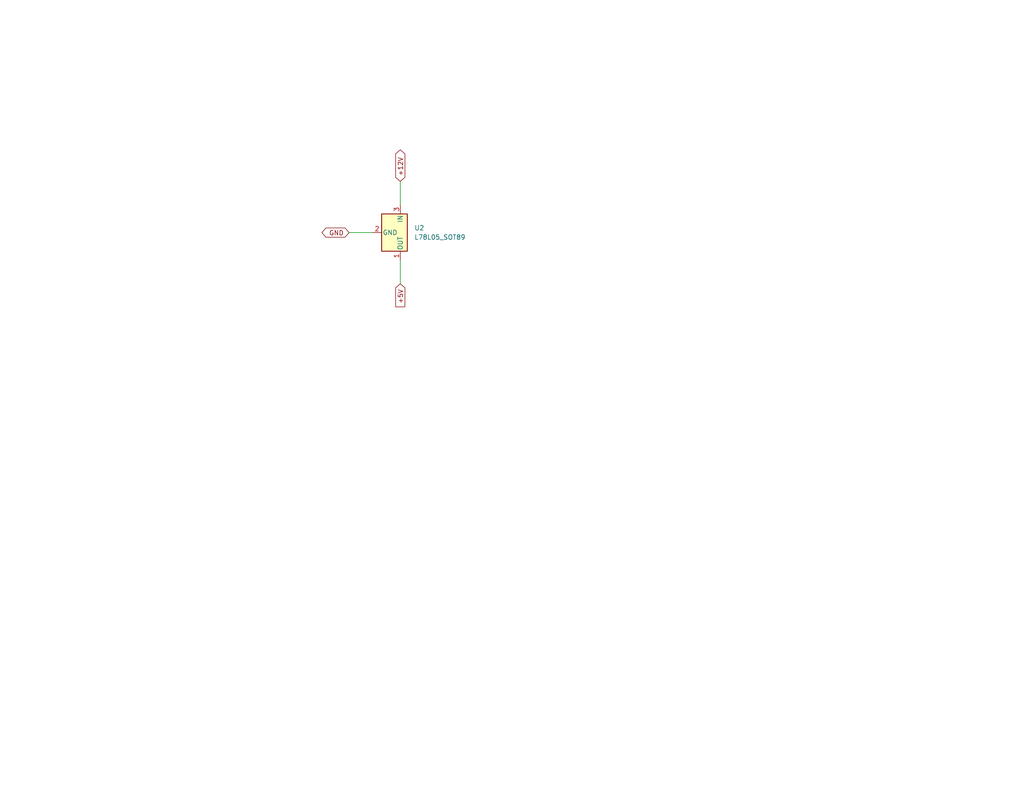
<source format=kicad_sch>
(kicad_sch (version 20230121) (generator eeschema)
  (paper "USLetter")
  (title_block (title "switched bandpass filter") (date "2023-07-20") (rev "v0.2") (comment 1 "Copyright © 2023 WA7GIL"))
  (lib_symbols
    (symbol "Regulator_Linear:L78L05_SOT89" (pin_names (offset 0.254))
      (property "Reference" "U" (at -3.81 3.175 0))
      (property "Value" "L78L05_SOT89" (at -0.635 3.175 0))
      (symbol "L78L05_SOT89_0_1"
        (rectangle (start -5.08 1.905) (end 5.08 -5.08) (stroke (width 0.254)) (fill (type background)))
      )
      (symbol "L78L05_SOT89_1_1"
        (pin power_out line (at 7.62 0 180) (length 2.54) (name "OUT") (number "1"))
        (pin power_in line (at 0 -7.62 90) (length 2.54) (name "GND") (number "2"))
        (pin power_in line (at -7.62 0 0) (length 2.54) (name "IN") (number "3"))
      )
    )
  )
  (wire (pts (xy 109.22 71.12) (xy 109.22 77.47)))
  (wire (pts (xy 109.22 49.53) (xy 109.22 55.88)))
  (wire (pts (xy 95.25 63.5) (xy 101.6 63.5)))
  (global_label "+12V" (shape bidirectional) (at 109.22 49.53 90) (property "Intersheetrefs" "${INTERSHEET_REFS}" (effects hide)))
  (global_label "+5V" (shape input) (at 109.22 77.47 270) (property "Intersheetrefs" "${INTERSHEET_REFS}" (effects hide)))
  (global_label "GND" (shape bidirectional) (at 95.25 63.5 180) (property "Intersheetrefs" "${INTERSHEET_REFS}" (effects hide)))
  (symbol (lib_id "Regulator_Linear:L78L05_SOT89") (at 109.22 63.5 270) (unit 1)
    (property "Reference" "U2" (at 113.03 62.23 90) (effects (justify left)))
    (property "Value" "L78L05_SOT89" (at 113.03 64.77 90) (effects (justify left)))
    (property "Footprint" "Package_TO_SOT_SMD:SOT-89-3_Handsoldering" (effects hide))
    (property "Datasheet" "http://www.st.com/content/ccc/resource/technical/document/datasheet/15/55/e5/aa/23/5b/43/fd/CD00000446.pdf/files/CD00000446.pdf/jcr:content/translations/en.CD00000446.pdf" (effects hide))
  )
)
</source>
